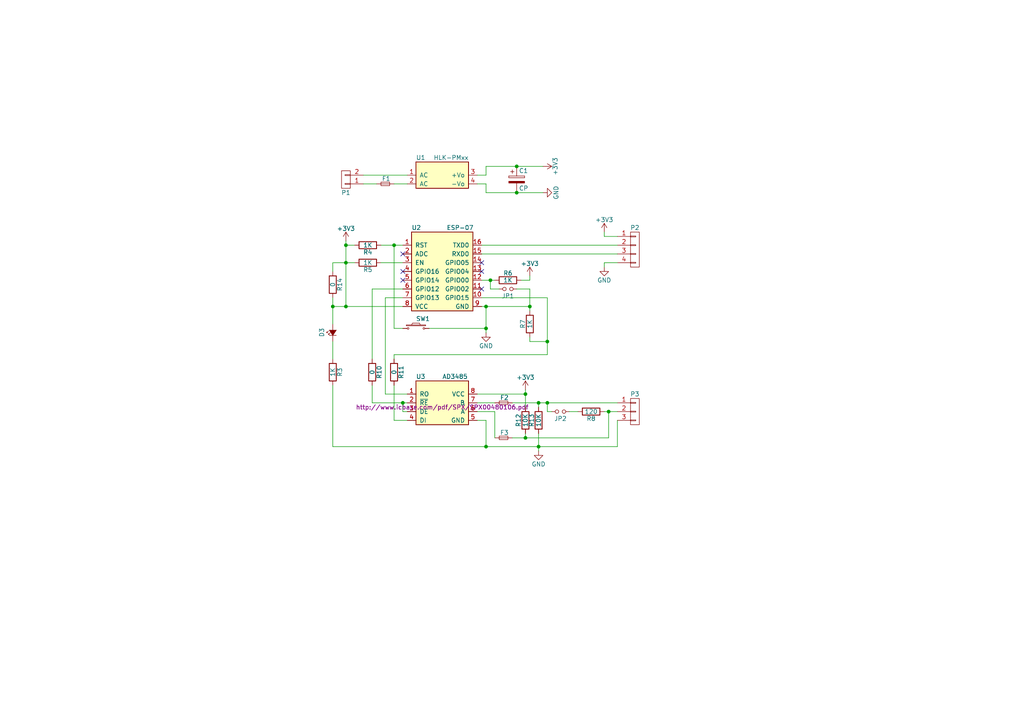
<source format=kicad_sch>
(kicad_sch (version 20230121) (generator eeschema)
  (paper "A4")
  (lib_symbols
    (symbol "esp8266_modbusgate_board-rescue:+3.3V" (power) (pin_names (offset 0))
      (property "Value" "+3.3V" (at 0 3.556 0))
      (symbol "+3.3V_0_1"
        (polyline (pts (xy -0.762 1.27) (xy 0 2.54)))
        (polyline (pts (xy 0 0) (xy 0 2.54)))
        (polyline (pts (xy 0 2.54) (xy 0.762 1.27)))
      )
      (symbol "+3.3V_1_1"
        (pin power_in line (at 0 0 90) (length 0) hide (name "+3V3") (number "1"))
      )
    )
    (symbol "esp8266_modbusgate_board-rescue:CONN_01X02" (pin_names (offset 1.016) hide)
      (property "Reference" "P" (at 0 3.81 0))
      (property "Value" "CONN_01X02" (at 2.54 0 90))
      (symbol "CONN_01X02_0_1"
        (rectangle (start -1.27 -1.143) (end 0.254 -1.397))
        (rectangle (start -1.27 1.397) (end 0.254 1.143))
        (rectangle (start -1.27 2.54) (end 1.27 -2.54))
      )
      (symbol "CONN_01X02_1_1"
        (pin passive line (at -5.08 1.27 0) (length 3.81) (name "P1") (number "1"))
        (pin passive line (at -5.08 -1.27 0) (length 3.81) (name "P2") (number "2"))
      )
    )
    (symbol "esp8266_modbusgate_board-rescue:CONN_01X03" (pin_names (offset 1.016) hide)
      (property "Reference" "P" (at 0 5.08 0))
      (property "Value" "CONN_01X03" (at 2.54 0 90))
      (symbol "CONN_01X03_0_1"
        (rectangle (start -1.27 -2.413) (end 0.254 -2.667))
        (rectangle (start -1.27 0.127) (end 0.254 -0.127))
        (rectangle (start -1.27 2.667) (end 0.254 2.413))
        (rectangle (start -1.27 3.81) (end 1.27 -3.81))
      )
      (symbol "CONN_01X03_1_1"
        (pin passive line (at -5.08 2.54 0) (length 3.81) (name "P1") (number "1"))
        (pin passive line (at -5.08 0 0) (length 3.81) (name "P2") (number "2"))
        (pin passive line (at -5.08 -2.54 0) (length 3.81) (name "P3") (number "3"))
      )
    )
    (symbol "esp8266_modbusgate_board-rescue:CONN_01X04" (pin_names (offset 1.016) hide)
      (property "Reference" "P" (at 0 6.35 0))
      (property "Value" "CONN_01X04" (at 2.54 0 90))
      (symbol "CONN_01X04_0_1"
        (rectangle (start -1.27 -3.683) (end 0.254 -3.937))
        (rectangle (start -1.27 -1.143) (end 0.254 -1.397))
        (rectangle (start -1.27 1.397) (end 0.254 1.143))
        (rectangle (start -1.27 3.937) (end 0.254 3.683))
        (rectangle (start -1.27 5.08) (end 1.27 -5.08))
      )
      (symbol "CONN_01X04_1_1"
        (pin passive line (at -5.08 3.81 0) (length 3.81) (name "P1") (number "1"))
        (pin passive line (at -5.08 1.27 0) (length 3.81) (name "P2") (number "2"))
        (pin passive line (at -5.08 -1.27 0) (length 3.81) (name "P3") (number "3"))
        (pin passive line (at -5.08 -3.81 0) (length 3.81) (name "P4") (number "4"))
      )
    )
    (symbol "esp8266_modbusgate_board-rescue:CP" (pin_numbers hide) (pin_names (offset 0.254))
      (property "Reference" "C" (at 0.635 2.54 0))
      (property "Value" "CP" (at 0.635 -2.54 0))
      (symbol "CP_0_1"
        (rectangle (start -2.286 0.508) (end -2.286 1.016))
        (rectangle (start -2.286 0.508) (end 2.286 0.508))
        (polyline (pts (xy -1.778 2.286) (xy -0.762 2.286)))
        (polyline (pts (xy -1.27 2.794) (xy -1.27 1.778)))
        (rectangle (start 2.286 -0.508) (end -2.286 -1.016) (fill (type outline)))
        (rectangle (start 2.286 1.016) (end -2.286 1.016))
        (rectangle (start 2.286 1.016) (end 2.286 0.508))
      )
      (symbol "CP_1_1"
        (pin passive line (at 0 3.81 270) (length 2.794) (name "~") (number "1"))
        (pin passive line (at 0 -3.81 90) (length 2.794) (name "~") (number "2"))
      )
    )
    (symbol "esp8266_modbusgate_board-rescue:F_Small" (pin_numbers hide) (pin_names (offset 0.254) hide)
      (property "Reference" "F" (at -1.016 1.524 0))
      (property "Value" "F_Small" (at -3.048 -1.524 0))
      (symbol "F_Small_0_1"
        (rectangle (start -1.27 0.508) (end 1.27 -0.508))
        (polyline (pts (xy -1.27 0) (xy 1.27 0)))
      )
      (symbol "F_Small_1_1"
        (pin passive line (at -2.54 0 0) (length 1.27) (name "~") (number "1"))
        (pin passive line (at 2.54 0 180) (length 1.27) (name "~") (number "2"))
      )
    )
    (symbol "esp8266_modbusgate_board-rescue:GND" (power) (pin_names (offset 0))
      (property "Value" "GND" (at 0 -3.81 0))
      (symbol "GND_0_1"
        (polyline (pts (xy 0 0) (xy 0 -1.27) (xy 1.27 -1.27) (xy 0 -2.54) (xy -1.27 -1.27) (xy 0 -1.27)))
      )
      (symbol "GND_1_1"
        (pin power_in line (at 0 0 270) (length 0) hide (name "GND") (number "1"))
      )
    )
    (symbol "esp8266_modbusgate_board-rescue:HLK-PMxx-RESCUE-esp8266_modbusgate_board-RESCUE-esp8266_modbusgate_board-RESCUE-esp8266_modbusgate_board" (pin_names (offset 1.016))
      (property "Reference" "U" (at -7.62 8.89 0))
      (property "Value" "HLK-PMxx-RESCUE-esp8266_modbusgate_board-RESCUE-esp8266_modbusgate_board-RESCUE-esp8266_modbusgate_board" (at -2.54 8.89 0))
      (property "Footprint" "HLK-PMxx" (at 0 6.35 0))
      (symbol "HLK-PMxx-RESCUE-esp8266_modbusgate_board-RESCUE-esp8266_modbusgate_board-RESCUE-esp8266_modbusgate_board_0_1"
        (rectangle (start -7.62 7.62) (end 7.62 0) (stroke (width 0.254)) (fill (type background)))
      )
      (symbol "HLK-PMxx-RESCUE-esp8266_modbusgate_board-RESCUE-esp8266_modbusgate_board-RESCUE-esp8266_modbusgate_board_1_1"
        (pin input line (at -10.16 3.81 0) (length 2.54) (name "AC") (number "1"))
        (pin input line (at -10.16 1.27 0) (length 2.54) (name "AC") (number "2"))
        (pin power_out line (at 10.16 3.81 180) (length 2.54) (name "+Vo") (number "3"))
        (pin power_out line (at 10.16 1.27 180) (length 2.54) (name "-Vo") (number "4"))
      )
    )
    (symbol "esp8266_modbusgate_board-rescue:Jumper_NO_Small" (pin_numbers hide) (pin_names (offset 0.762) hide)
      (property "Reference" "JP" (at 0 2.032 0))
      (symbol "Jumper_NO_Small_0_1"
        (circle (center -1.016 0) (radius 0.508))
        (circle (center 1.016 0) (radius 0.508))
        (pin passive line (at -2.54 0 0) (length 1.016) (name "1") (number "1"))
        (pin passive line (at 2.54 0 180) (length 1.016) (name "2") (number "2"))
      )
    )
    (symbol "esp8266_modbusgate_board-rescue:Led_Small" (pin_numbers hide) (pin_names (offset 0.254) hide)
      (property "Reference" "D" (at -1.27 3.175 0))
      (property "Value" "Led_Small" (at -4.445 -2.54 0))
      (symbol "Led_Small_0_1"
        (polyline (pts (xy -0.762 -1.016) (xy -0.762 1.016)))
        (polyline (pts (xy 0.762 -1.016) (xy -0.762 0) (xy 0.762 1.016) (xy 0.762 -1.016)) (fill (type outline)))
        (polyline (pts (xy 0 0.762) (xy -0.508 1.27) (xy -0.254 1.27) (xy -0.508 1.27) (xy -0.508 1.016)))
        (polyline (pts (xy 0.508 1.27) (xy 0 1.778) (xy 0.254 1.778) (xy 0 1.778) (xy 0 1.524)))
      )
      (symbol "Led_Small_1_1"
        (pin passive line (at -2.54 0 0) (length 1.778) (name "K") (number "1"))
        (pin passive line (at 2.54 0 180) (length 1.778) (name "A") (number "2"))
      )
    )
    (symbol "esp8266_modbusgate_board-rescue:R" (pin_numbers hide) (pin_names (offset 0))
      (property "Reference" "R" (at 2.032 0 90))
      (property "Value" "R" (at 0 0 90))
      (symbol "R_0_1"
        (rectangle (start -1.016 -2.54) (end 1.016 2.54) (stroke (width 0.254)))
      )
      (symbol "R_1_1"
        (pin passive line (at 0 3.81 270) (length 1.27) (name "~") (number "1"))
        (pin passive line (at 0 -3.81 90) (length 1.27) (name "~") (number "2"))
      )
    )
    (symbol "esp8266_modbusgate_board-rescue:SW_PUSH_SMALL_H" (pin_numbers hide) (pin_names (offset 1.016) hide)
      (property "Reference" "SW" (at 2.032 2.794 0))
      (property "Value" "SW_PUSH_SMALL_H" (at 9.144 -1.524 0))
      (symbol "SW_PUSH_SMALL_H_0_1"
        (circle (center -2.286 0) (radius 0.254))
        (polyline (pts (xy -2.794 0.762) (xy 2.794 0.762)))
        (polyline (pts (xy -2.794 0.762) (xy -2.794 1.016) (xy 2.794 1.016) (xy 2.794 0.762)))
        (polyline (pts (xy -1.27 1.016) (xy -1.016 1.524) (xy 1.016 1.524) (xy 1.27 1.016)))
        (circle (center 2.286 0) (radius 0.254))
        (pin passive line (at -3.81 0 0) (length 1.27) (name "1") (number "1"))
        (pin passive line (at 3.81 0 180) (length 1.27) (name "2") (number "2"))
      )
    )
    (symbol "mylib:AD3485" (pin_names (offset 1.016))
      (property "Reference" "U" (at -7.62 8.89 0))
      (property "Value" "AD3485" (at 0 8.89 0))
      (property "Footprint" "SO-8" (at 0 6.35 0))
      (property "Datasheet" "http://www.icbase.com/pdf/SPX/SPX00480106.pdf" (at 0 0 0))
      (symbol "AD3485_0_1"
        (rectangle (start -7.62 7.62) (end 7.62 -5.08) (stroke (width 0.254)) (fill (type background)))
      )
      (symbol "AD3485_1_1"
        (pin output line (at -10.16 3.81 0) (length 2.54) (name "RO") (number "1"))
        (pin input line (at -10.16 1.27 0) (length 2.54) (name "~{RE}") (number "2"))
        (pin input line (at -10.16 -1.27 0) (length 2.54) (name "DE") (number "3"))
        (pin input line (at -10.16 -3.81 0) (length 2.54) (name "DI") (number "4"))
        (pin power_in line (at 10.16 -3.81 180) (length 2.54) (name "GND") (number "5"))
        (pin bidirectional line (at 10.16 -1.27 180) (length 2.54) (name "A") (number "6"))
        (pin bidirectional line (at 10.16 1.27 180) (length 2.54) (name "B") (number "7"))
        (pin power_in line (at 10.16 3.81 180) (length 2.54) (name "VCC") (number "8"))
      )
    )
    (symbol "mylib:ESP-07" (pin_names (offset 1.016))
      (property "Reference" "U" (at -8.89 8.89 0))
      (property "Value" "ESP-07" (at 1.27 8.89 0))
      (property "Footprint" "ESP-07" (at 0 6.35 0))
      (property "Datasheet" "http://www.icbase.com/pdf/SPX/SPX00480106.pdf" (at 1.27 0 0))
      (symbol "ESP-07_0_1"
        (rectangle (start -8.89 7.62) (end 8.89 -15.24) (stroke (width 0.254)) (fill (type background)))
      )
      (symbol "ESP-07_1_1"
        (pin input line (at -11.43 3.81 0) (length 2.54) (name "RST") (number "1"))
        (pin bidirectional line (at 11.43 -11.43 180) (length 2.54) (name "GPIO15") (number "10"))
        (pin bidirectional line (at 11.43 -8.89 180) (length 2.54) (name "GPIO02") (number "11"))
        (pin bidirectional line (at 11.43 -6.35 180) (length 2.54) (name "GPIO00") (number "12"))
        (pin bidirectional line (at 11.43 -3.81 180) (length 2.54) (name "GPIO04") (number "13"))
        (pin bidirectional line (at 11.43 -1.27 180) (length 2.54) (name "GPIO05") (number "14"))
        (pin input line (at 11.43 1.27 180) (length 2.54) (name "RXD0") (number "15"))
        (pin output line (at 11.43 3.81 180) (length 2.54) (name "TXD0") (number "16"))
        (pin input line (at -11.43 1.27 0) (length 2.54) (name "ADC") (number "2"))
        (pin bidirectional line (at -11.43 -1.27 0) (length 2.54) (name "EN") (number "3"))
        (pin bidirectional line (at -11.43 -3.81 0) (length 2.54) (name "GPIO16") (number "4"))
        (pin bidirectional line (at -11.43 -6.35 0) (length 2.54) (name "GPIO14") (number "5"))
        (pin bidirectional line (at -11.43 -8.89 0) (length 2.54) (name "GPIO12") (number "6"))
        (pin bidirectional line (at -11.43 -11.43 0) (length 2.54) (name "GPIO13") (number "7"))
        (pin power_in line (at -11.43 -13.97 0) (length 2.54) (name "VCC") (number "8"))
        (pin power_in line (at 11.43 -13.97 180) (length 2.54) (name "GND") (number "9"))
      )
    )
  )
  (junction (at 100.33 71.12))
  (junction (at 140.97 88.9))
  (junction (at 152.4 127))
  (junction (at 149.86 48.26))
  (junction (at 142.24 81.28))
  (junction (at 152.4 114.3))
  (junction (at 114.3 71.12))
  (junction (at 100.33 88.9))
  (junction (at 158.75 99.06))
  (junction (at 149.86 55.88))
  (junction (at 116.84 116.84))
  (junction (at 156.21 116.84))
  (junction (at 140.97 95.25))
  (junction (at 156.21 129.54))
  (junction (at 96.52 88.9))
  (junction (at 100.33 76.2))
  (junction (at 176.53 119.38))
  (junction (at 140.97 129.54))
  (junction (at 158.75 116.84))
  (junction (at 153.67 88.9))
  (no_connect (at 116.84 81.28))
  (no_connect (at 139.7 76.2))
  (no_connect (at 116.84 73.66))
  (no_connect (at 139.7 78.74))
  (no_connect (at 116.84 78.74))
  (no_connect (at 139.7 83.82))
  (wire (pts (xy 158.75 99.06) (xy 158.75 86.36)))
  (wire (pts (xy 100.33 71.12) (xy 102.87 71.12)))
  (wire (pts (xy 114.3 71.12) (xy 116.84 71.12)))
  (wire (pts (xy 158.75 119.38) (xy 158.75 116.84)))
  (wire (pts (xy 176.53 119.38) (xy 179.07 119.38)))
  (wire (pts (xy 96.52 86.36) (xy 96.52 88.9)))
  (wire (pts (xy 96.52 88.9) (xy 96.52 93.98)))
  (wire (pts (xy 175.26 68.58) (xy 175.26 67.31)))
  (wire (pts (xy 148.59 116.84) (xy 156.21 116.84)))
  (wire (pts (xy 116.84 86.36) (xy 111.76 86.36)))
  (wire (pts (xy 175.26 119.38) (xy 176.53 119.38)))
  (wire (pts (xy 176.53 119.38) (xy 176.53 127)))
  (wire (pts (xy 165.1 119.38) (xy 167.64 119.38)))
  (wire (pts (xy 107.95 111.76) (xy 107.95 116.84)))
  (wire (pts (xy 114.3 102.87) (xy 158.75 102.87)))
  (wire (pts (xy 179.07 76.2) (xy 175.26 76.2)))
  (wire (pts (xy 116.84 76.2) (xy 110.49 76.2)))
  (wire (pts (xy 140.97 129.54) (xy 156.21 129.54)))
  (wire (pts (xy 140.97 88.9) (xy 153.67 88.9)))
  (wire (pts (xy 140.97 95.25) (xy 140.97 96.52)))
  (wire (pts (xy 144.78 83.82) (xy 142.24 83.82)))
  (wire (pts (xy 96.52 88.9) (xy 100.33 88.9)))
  (wire (pts (xy 116.84 83.82) (xy 107.95 83.82)))
  (wire (pts (xy 139.7 73.66) (xy 179.07 73.66)))
  (wire (pts (xy 109.22 53.34) (xy 105.41 53.34)))
  (wire (pts (xy 152.4 114.3) (xy 152.4 118.11)))
  (wire (pts (xy 138.43 114.3) (xy 152.4 114.3)))
  (wire (pts (xy 156.21 129.54) (xy 156.21 130.81)))
  (wire (pts (xy 107.95 116.84) (xy 116.84 116.84)))
  (wire (pts (xy 111.76 114.3) (xy 118.11 114.3)))
  (wire (pts (xy 140.97 53.34) (xy 140.97 55.88)))
  (wire (pts (xy 100.33 71.12) (xy 100.33 76.2)))
  (wire (pts (xy 152.4 125.73) (xy 152.4 127)))
  (wire (pts (xy 152.4 113.03) (xy 152.4 114.3)))
  (wire (pts (xy 107.95 83.82) (xy 107.95 104.14)))
  (wire (pts (xy 114.3 104.14) (xy 114.3 102.87)))
  (wire (pts (xy 96.52 76.2) (xy 96.52 78.74)))
  (wire (pts (xy 149.86 55.88) (xy 157.48 55.88)))
  (wire (pts (xy 96.52 104.14) (xy 96.52 99.06)))
  (wire (pts (xy 116.84 116.84) (xy 118.11 116.84)))
  (wire (pts (xy 158.75 116.84) (xy 179.07 116.84)))
  (wire (pts (xy 142.24 83.82) (xy 142.24 81.28)))
  (wire (pts (xy 139.7 71.12) (xy 179.07 71.12)))
  (wire (pts (xy 124.46 95.25) (xy 140.97 95.25)))
  (wire (pts (xy 138.43 50.8) (xy 140.97 50.8)))
  (wire (pts (xy 139.7 81.28) (xy 142.24 81.28)))
  (wire (pts (xy 114.3 121.92) (xy 114.3 111.76)))
  (wire (pts (xy 153.67 99.06) (xy 153.67 97.79)))
  (wire (pts (xy 138.43 116.84) (xy 143.51 116.84)))
  (wire (pts (xy 143.51 119.38) (xy 143.51 127)))
  (wire (pts (xy 152.4 127) (xy 148.59 127)))
  (wire (pts (xy 153.67 83.82) (xy 153.67 88.9)))
  (wire (pts (xy 96.52 129.54) (xy 140.97 129.54)))
  (wire (pts (xy 156.21 125.73) (xy 156.21 129.54)))
  (wire (pts (xy 96.52 76.2) (xy 100.33 76.2)))
  (wire (pts (xy 158.75 99.06) (xy 153.67 99.06)))
  (wire (pts (xy 100.33 76.2) (xy 100.33 88.9)))
  (wire (pts (xy 179.07 129.54) (xy 179.07 121.92)))
  (wire (pts (xy 116.84 95.25) (xy 114.3 95.25)))
  (wire (pts (xy 160.02 119.38) (xy 158.75 119.38)))
  (wire (pts (xy 138.43 53.34) (xy 140.97 53.34)))
  (wire (pts (xy 118.11 53.34) (xy 114.3 53.34)))
  (wire (pts (xy 100.33 88.9) (xy 116.84 88.9)))
  (wire (pts (xy 140.97 48.26) (xy 149.86 48.26)))
  (wire (pts (xy 140.97 121.92) (xy 140.97 129.54)))
  (wire (pts (xy 176.53 127) (xy 152.4 127)))
  (wire (pts (xy 140.97 88.9) (xy 140.97 95.25)))
  (wire (pts (xy 156.21 116.84) (xy 158.75 116.84)))
  (wire (pts (xy 140.97 55.88) (xy 149.86 55.88)))
  (wire (pts (xy 149.86 48.26) (xy 157.48 48.26)))
  (wire (pts (xy 179.07 68.58) (xy 175.26 68.58)))
  (wire (pts (xy 153.67 88.9) (xy 153.67 90.17)))
  (wire (pts (xy 111.76 86.36) (xy 111.76 114.3)))
  (wire (pts (xy 140.97 50.8) (xy 140.97 48.26)))
  (wire (pts (xy 175.26 76.2) (xy 175.26 77.47)))
  (wire (pts (xy 114.3 95.25) (xy 114.3 71.12)))
  (wire (pts (xy 138.43 121.92) (xy 140.97 121.92)))
  (wire (pts (xy 116.84 116.84) (xy 116.84 119.38)))
  (wire (pts (xy 153.67 81.28) (xy 153.67 80.01)))
  (wire (pts (xy 96.52 129.54) (xy 96.52 111.76)))
  (wire (pts (xy 100.33 76.2) (xy 102.87 76.2)))
  (wire (pts (xy 110.49 71.12) (xy 114.3 71.12)))
  (wire (pts (xy 149.86 83.82) (xy 153.67 83.82)))
  (wire (pts (xy 142.24 81.28) (xy 143.51 81.28)))
  (wire (pts (xy 151.13 81.28) (xy 153.67 81.28)))
  (wire (pts (xy 139.7 86.36) (xy 158.75 86.36)))
  (wire (pts (xy 116.84 119.38) (xy 118.11 119.38)))
  (wire (pts (xy 156.21 118.11) (xy 156.21 116.84)))
  (wire (pts (xy 138.43 119.38) (xy 143.51 119.38)))
  (wire (pts (xy 105.41 50.8) (xy 118.11 50.8)))
  (wire (pts (xy 114.3 121.92) (xy 118.11 121.92)))
  (wire (pts (xy 156.21 129.54) (xy 179.07 129.54)))
  (wire (pts (xy 100.33 69.85) (xy 100.33 71.12)))
  (wire (pts (xy 139.7 88.9) (xy 140.97 88.9)))
  (wire (pts (xy 158.75 102.87) (xy 158.75 99.06)))
  (symbol (lib_id "mylib:AD3485") (at 128.27 118.11 0) (unit 1)
    (property "Reference" "U3" (at 120.65 109.22 0) (effects (justify left)))
    (property "Value" "AD3485" (at 128.27 109.22 0) (effects (justify left)))
    (property "Footprint" "SO-8" (effects hide))
    (property "Datasheet" "http://www.icbase.com/pdf/SPX/SPX00480106.pdf" (at 128.27 118.11 0))
  )
  (symbol (lib_id "mylib:ESP-07") (at 128.27 74.93 0) (unit 1)
    (property "Reference" "U2" (at 119.38 66.04 0) (effects (justify left)))
    (property "Value" "ESP-07" (at 129.54 66.04 0) (effects (justify left)))
    (property "Footprint" "ESP-07" (effects hide))
    (property "Datasheet" "http://www.icbase.com/pdf/SPX/SPX00480106.pdf" (effects hide))
  )
  (symbol (lib_id "esp8266_modbusgate_board-rescue:HLK-PMxx-RESCUE-esp8266_modbusgate_board-RESCUE-esp8266_modbusgate_board-RESCUE-esp8266_modbusgate_board") (at 128.27 54.61 0) (unit 1)
    (property "Reference" "U1" (at 120.65 45.72 0) (effects (justify left)))
    (property "Value" "HLK-PMxx" (at 125.73 45.72 0) (effects (justify left)))
    (property "Footprint" "HLK-PMxx" (effects hide))
  )
  (symbol (lib_id "esp8266_modbusgate_board-rescue:CONN_01X02") (at 100.33 52.07 180) (unit 1)
    (property "Reference" "P1" (at 100.33 55.88 0))
    (property "Value" "CONN_01X02" (effects hide))
    (property "Footprint" "Connectors_Phoenix:PhoenixContact_MSTBA-G_02x5.08mm_Angled" (effects hide))
  )
  (symbol (lib_id "esp8266_modbusgate_board-rescue:F_Small") (at 111.76 53.34 0) (unit 1)
    (property "Reference" "F1" (at 110.744 51.816 0) (effects (justify left)))
    (property "Value" "F_Small" (effects hide))
    (property "Footprint" "Capacitors_ThroughHole:C_Rect_L7_W2.5_P5" (effects hide))
  )
  (symbol (lib_id "esp8266_modbusgate_board-rescue:+3.3V") (at 157.48 48.26 270) (unit 1)
    (property "Reference" "#PWR01" (effects hide))
    (property "Value" "+3.3V" (at 161.036 48.26 0))
  )
  (symbol (lib_id "esp8266_modbusgate_board-rescue:GND") (at 157.48 55.88 90) (unit 1)
    (property "Reference" "#PWR02" (effects hide))
    (property "Value" "GND" (at 161.29 55.88 0))
  )
  (symbol (lib_id "esp8266_modbusgate_board-rescue:CP") (at 149.86 52.07 0) (unit 1)
    (property "Reference" "C1" (at 150.495 49.53 0) (effects (justify left)))
    (property "Value" "CP" (at 150.495 54.61 0) (effects (justify left)))
    (property "Footprint" "Capacitors_ThroughHole:C_Radial_D6.3_L11.2_P2.5" (effects hide))
  )
  (symbol (lib_id "esp8266_modbusgate_board-rescue:CONN_01X03") (at 184.15 119.38 0) (unit 1)
    (property "Reference" "P3" (at 184.15 114.3 0))
    (property "Value" "CONN_01X03" (effects hide))
    (property "Footprint" "esp8266_modbusgate_board:CONN" (effects hide))
  )
  (symbol (lib_id "esp8266_modbusgate_board-rescue:GND") (at 175.26 77.47 0) (unit 1)
    (property "Reference" "#PWR03" (effects hide))
    (property "Value" "GND" (at 175.26 81.28 0))
  )
  (symbol (lib_id "esp8266_modbusgate_board-rescue:+3.3V") (at 175.26 67.31 0) (unit 1)
    (property "Reference" "#PWR04" (effects hide))
    (property "Value" "+3.3V" (at 175.26 63.754 0))
  )
  (symbol (lib_id "esp8266_modbusgate_board-rescue:GND") (at 140.97 96.52 0) (unit 1)
    (property "Reference" "#PWR09" (effects hide))
    (property "Value" "GND" (at 140.97 100.33 0))
  )
  (symbol (lib_id "esp8266_modbusgate_board-rescue:R") (at 153.67 93.98 180) (unit 1)
    (property "Reference" "R7" (at 151.638 93.98 90))
    (property "Value" "1K" (at 153.67 93.98 90))
    (property "Footprint" "Resistors_SMD:R_1206" (effects hide))
  )
  (symbol (lib_id "esp8266_modbusgate_board-rescue:R") (at 106.68 71.12 270) (unit 1)
    (property "Reference" "R4" (at 106.68 73.152 90))
    (property "Value" "1K" (at 106.68 71.12 90))
    (property "Footprint" "Resistors_SMD:R_1206" (effects hide))
  )
  (symbol (lib_id "esp8266_modbusgate_board-rescue:R") (at 106.68 76.2 270) (unit 1)
    (property "Reference" "R5" (at 106.68 78.232 90))
    (property "Value" "1K" (at 106.68 76.2 90))
    (property "Footprint" "Resistors_SMD:R_1206" (effects hide))
  )
  (symbol (lib_id "esp8266_modbusgate_board-rescue:+3.3V") (at 100.33 69.85 0) (unit 1)
    (property "Reference" "#PWR05" (effects hide))
    (property "Value" "+3.3V" (at 100.33 66.294 0))
  )
  (symbol (lib_id "esp8266_modbusgate_board-rescue:Jumper_NO_Small") (at 147.32 83.82 180) (unit 1)
    (property "Reference" "JP1" (at 147.32 85.852 0))
    (property "Value" "Jumper_NO_Small" (effects hide))
    (property "Footprint" "Pin_Headers:Pin_Header_Straight_1x02" (effects hide))
  )
  (symbol (lib_id "esp8266_modbusgate_board-rescue:+3.3V") (at 153.67 80.01 0) (unit 1)
    (property "Reference" "#PWR06" (effects hide))
    (property "Value" "+3.3V" (at 153.67 76.454 0))
  )
  (symbol (lib_id "esp8266_modbusgate_board-rescue:SW_PUSH_SMALL_H") (at 120.65 95.25 0) (unit 1)
    (property "Reference" "SW1" (at 122.682 92.456 0))
    (property "Value" "SW_PUSH_SMALL_H" (effects hide))
    (property "Footprint" "esp8266_modbusgate_board:BTN" (effects hide))
  )
  (symbol (lib_id "esp8266_modbusgate_board-rescue:F_Small") (at 146.05 116.84 0) (unit 1)
    (property "Reference" "F2" (at 145.034 115.316 0) (effects (justify left)))
    (property "Value" "F_Small" (effects hide))
    (property "Footprint" "SMD_Packages:SMD-2010_Pol" (effects hide))
  )
  (symbol (lib_id "esp8266_modbusgate_board-rescue:GND") (at 156.21 130.81 0) (unit 1)
    (property "Reference" "#PWR07" (effects hide))
    (property "Value" "GND" (at 156.21 134.62 0))
  )
  (symbol (lib_id "esp8266_modbusgate_board-rescue:+3.3V") (at 152.4 113.03 0) (unit 1)
    (property "Reference" "#PWR08" (effects hide))
    (property "Value" "+3.3V" (at 152.4 109.474 0))
  )
  (symbol (lib_id "esp8266_modbusgate_board-rescue:F_Small") (at 146.05 127 0) (unit 1)
    (property "Reference" "F3" (at 145.034 125.476 0) (effects (justify left)))
    (property "Value" "F_Small" (effects hide))
    (property "Footprint" "SMD_Packages:SMD-2010_Pol" (effects hide))
  )
  (symbol (lib_id "esp8266_modbusgate_board-rescue:Jumper_NO_Small") (at 162.56 119.38 180) (unit 1)
    (property "Reference" "JP2" (at 162.56 121.412 0))
    (property "Value" "Jumper_NO_Small" (effects hide))
    (property "Footprint" "Pin_Headers:Pin_Header_Straight_1x02" (effects hide))
  )
  (symbol (lib_id "esp8266_modbusgate_board-rescue:R") (at 96.52 107.95 0) (unit 1)
    (property "Reference" "R3" (at 98.552 107.95 90))
    (property "Value" "1K" (at 96.52 107.95 90))
    (property "Footprint" "Resistors_SMD:R_1206" (effects hide))
  )
  (symbol (lib_id "esp8266_modbusgate_board-rescue:Led_Small") (at 96.52 96.52 90) (unit 1)
    (property "Reference" "D3" (at 93.345 97.79 0) (effects (justify left)))
    (property "Value" "Led_Small" (effects hide))
    (property "Footprint" "LEDs:LED-3MM" (effects hide))
  )
  (symbol (lib_id "esp8266_modbusgate_board-rescue:R") (at 147.32 81.28 90) (unit 1)
    (property "Reference" "R6" (at 147.32 79.248 90))
    (property "Value" "1K" (at 147.32 81.28 90))
    (property "Footprint" "Resistors_SMD:R_1206" (effects hide))
  )
  (symbol (lib_id "esp8266_modbusgate_board-rescue:CONN_01X04") (at 184.15 72.39 0) (unit 1)
    (property "Reference" "P2" (at 184.15 66.04 0))
    (property "Value" "CONN_01X04" (effects hide))
    (property "Footprint" "Pin_Headers:Pin_Header_Straight_1x04" (effects hide))
  )
  (symbol (lib_id "esp8266_modbusgate_board-rescue:R") (at 171.45 119.38 270) (unit 1)
    (property "Reference" "R8" (at 171.45 121.412 90))
    (property "Value" "120" (at 171.45 119.38 90))
    (property "Footprint" "Resistors_SMD:R_1206" (effects hide))
  )
  (symbol (lib_id "esp8266_modbusgate_board-rescue:R") (at 152.4 121.92 180) (unit 1)
    (property "Reference" "R12" (at 150.368 121.92 90))
    (property "Value" "10K" (at 152.4 121.92 90))
    (property "Footprint" "Resistors_SMD:R_1206" (effects hide))
  )
  (symbol (lib_id "esp8266_modbusgate_board-rescue:R") (at 156.21 121.92 180) (unit 1)
    (property "Reference" "R13" (at 154.178 121.92 90))
    (property "Value" "10K" (at 156.21 121.92 90))
    (property "Footprint" "Resistors_SMD:R_1206" (effects hide))
  )
  (symbol (lib_id "esp8266_modbusgate_board-rescue:R") (at 96.52 82.55 0) (unit 1)
    (property "Reference" "R14" (at 98.552 82.55 90))
    (property "Value" "0" (at 96.52 82.55 90))
    (property "Footprint" "Resistors_SMD:R_1206" (effects hide))
  )
  (symbol (lib_id "esp8266_modbusgate_board-rescue:R") (at 114.3 107.95 0) (unit 1)
    (property "Reference" "R11" (at 116.332 107.95 90))
    (property "Value" "0" (at 114.3 107.95 90))
    (property "Footprint" "Resistors_SMD:R_1206" (effects hide))
  )
  (symbol (lib_id "esp8266_modbusgate_board-rescue:R") (at 107.95 107.95 0) (unit 1)
    (property "Reference" "R10" (at 109.982 107.95 90))
    (property "Value" "0" (at 107.95 107.95 90))
    (property "Footprint" "Resistors_SMD:R_1206" (effects hide))
  )
)
</source>
